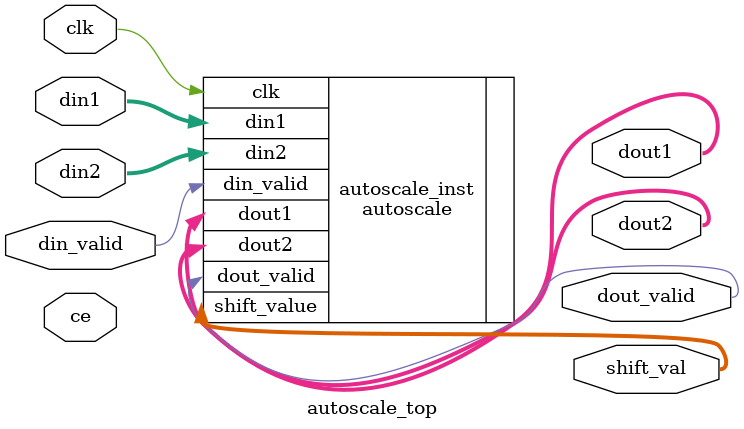
<source format=v>

module autoscale_top (
    input wire clk,
    input wire ce,
    input wire [31:0] din1, din2,
    input wire din_valid,
    output wire [31:0] dout1, dout2,
    output wire dout_valid,
    output wire [5:0] shift_val
);

autoscale #(
    .MAX_SHIFT(14),
    .MIN_SHIFT(4),
    .DIN_WIDTH(32)
) autoscale_inst (
    .clk(clk),
    .din1(din1), 
    .din2(din2),
    .din_valid(din_valid),
    .dout1(dout1),
    .dout2(dout2),
    .dout_valid(dout_valid),
    .shift_value(shift_val)
);


endmodule

</source>
